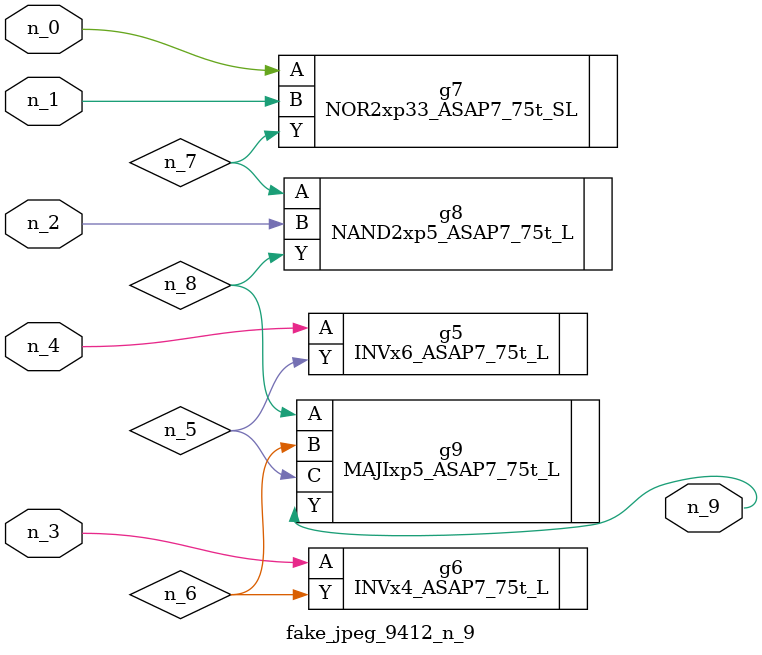
<source format=v>
module fake_jpeg_9412_n_9 (n_3, n_2, n_1, n_0, n_4, n_9);

input n_3;
input n_2;
input n_1;
input n_0;
input n_4;

output n_9;

wire n_8;
wire n_6;
wire n_5;
wire n_7;

INVx6_ASAP7_75t_L g5 ( 
.A(n_4),
.Y(n_5)
);

INVx4_ASAP7_75t_L g6 ( 
.A(n_3),
.Y(n_6)
);

NOR2xp33_ASAP7_75t_SL g7 ( 
.A(n_0),
.B(n_1),
.Y(n_7)
);

NAND2xp5_ASAP7_75t_L g8 ( 
.A(n_7),
.B(n_2),
.Y(n_8)
);

MAJIxp5_ASAP7_75t_L g9 ( 
.A(n_8),
.B(n_6),
.C(n_5),
.Y(n_9)
);


endmodule
</source>
